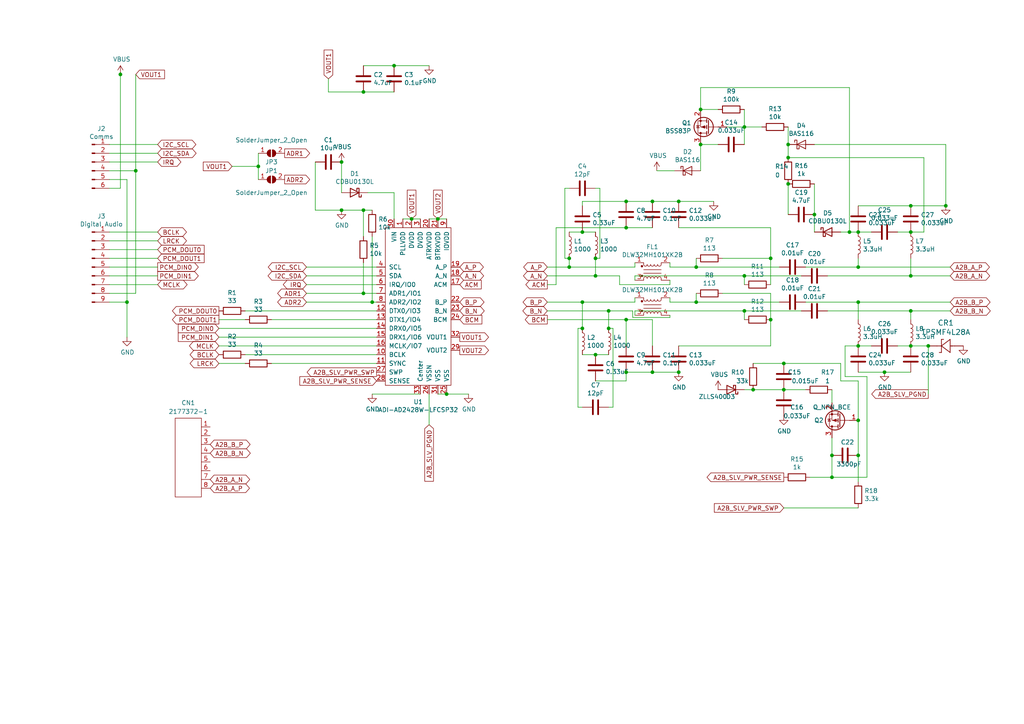
<source format=kicad_sch>
(kicad_sch (version 20230121) (generator eeschema)
  (paper "A4")
  (lib_symbols
    (symbol "Device:C" (pin_numbers hide) (pin_names (offset 0.254))
      (property "Reference" "C" (at 0.635 2.54 0))
      (property "Value" "C" (at 0.635 -2.54 0))
      (symbol "C_1_1"
        (pin passive line (at 0 3.81 270) (length 2.794) (name "~") (number "1"))
        (pin passive line (at 0 -3.81 90) (length 2.794) (name "~") (number "2"))
      )
    )
    (symbol "Device:D_Schottky" (pin_numbers hide) (pin_names (offset 1.016) hide)
      (property "Reference" "D" (at 0 2.54 0))
      (property "Value" "D_Schottky" (at 0 -2.54 0))
      (symbol "D_Schottky_1_1"
        (pin passive line (at -3.81 0 0) (length 2.54) (name "K") (number "1"))
        (pin passive line (at 3.81 0 180) (length 2.54) (name "A") (number "2"))
      )
    )
    (symbol "Device:L" (pin_numbers hide) (pin_names (offset 1.016) hide)
      (property "Reference" "L" (at -1.27 0 90))
      (property "Value" "L" (at 1.905 0 90))
      (symbol "L_1_1"
        (pin passive line (at 0 3.81 270) (length 1.27) (name "1") (number "1"))
        (pin passive line (at 0 -3.81 90) (length 1.27) (name "2") (number "2"))
      )
    )
    (symbol "Device:R" (pin_numbers hide) (pin_names (offset 0))
      (property "Reference" "R" (at 2.032 0 90))
      (property "Value" "R" (at 0 0 90))
      (symbol "R_1_1"
        (pin passive line (at 0 3.81 270) (length 1.27) (name "~") (number "1"))
        (pin passive line (at 0 -3.81 90) (length 1.27) (name "~") (number "2"))
      )
    )
    (symbol "Jumper:SolderJumper_2_Open" (pin_names (offset 0) hide)
      (property "Reference" "JP" (at 0 2.032 0))
      (property "Value" "SolderJumper_2_Open" (at 0 -2.54 0))
      (symbol "SolderJumper_2_Open_1_1"
        (pin passive line (at -3.81 0 0) (length 2.54) (name "A") (number "1"))
        (pin passive line (at 3.81 0 180) (length 2.54) (name "B") (number "2"))
      )
    )
    (symbol "Transistor_FET:BSS83P" (pin_names hide)
      (property "Reference" "Q" (at 5.08 1.905 0))
      (property "Value" "BSS83P" (at 5.08 0 0))
      (symbol "BSS83P_1_1"
        (pin input line (at -5.08 0 0) (length 2.54) (name "G") (number "1"))
        (pin passive line (at 2.54 -5.08 90) (length 2.54) (name "S") (number "2"))
        (pin passive line (at 2.54 5.08 270) (length 2.54) (name "D") (number "3"))
      )
    )
    (symbol "a2b-board-rescue:2177372-1"
      (property "Reference" "CN" (at 0 0 0))
      (property "Value" "2177372-1" (at 0 2.54 0))
      (symbol "2177372-1_1_1"
        (pin passive line (at 6.35 -3.81 180) (length 2.54) (name "") (number "1"))
        (pin passive line (at 6.35 -6.35 180) (length 2.54) (name "") (number "2"))
        (pin passive line (at 6.35 -8.89 180) (length 2.54) (name "") (number "3"))
        (pin passive line (at 6.35 -11.43 180) (length 2.54) (name "") (number "4"))
        (pin passive line (at 6.35 -13.97 180) (length 2.54) (name "") (number "5"))
        (pin passive line (at 6.35 -16.51 180) (length 2.54) (name "") (number "6"))
        (pin passive line (at 6.35 -19.05 180) (length 2.54) (name "") (number "7"))
        (pin passive line (at 6.35 -21.59 180) (length 2.54) (name "") (number "8"))
      )
    )
    (symbol "a2b-board-rev0.2-rescue:ADI-AD2428W-LFCSP32-automotive" (pin_names (offset 1.016))
      (property "Reference" "U" (at -11.43 -6.35 0))
      (property "Value" "automotive_ADI-AD2428W-LFCSP32" (at -21.59 -3.81 0))
      (symbol "ADI-AD2428W-LFCSP32-automotive_1_1"
        (pin power_in line (at -3.81 -3.81 270) (length 2.54) (name "PLLVDD") (number "1"))
        (pin bidirectional line (at -11.43 -43.18 0) (length 2.54) (name "BCLK") (number "10"))
        (pin bidirectional line (at -11.43 -45.72 0) (length 2.54) (name "SYNC") (number "11"))
        (pin bidirectional line (at -11.43 -30.48 0) (length 2.54) (name "DTX0/IO3") (number "12"))
        (pin bidirectional line (at -11.43 -33.02 0) (length 2.54) (name "DTX1/IO4") (number "13"))
        (pin bidirectional line (at -11.43 -35.56 0) (length 2.54) (name "DRX0/IO5") (number "14"))
        (pin bidirectional line (at -11.43 -38.1 0) (length 2.54) (name "DRX1/IO6") (number "15"))
        (pin bidirectional line (at -11.43 -40.64 0) (length 2.54) (name "MCLK/IO7") (number "16"))
        (pin input line (at 12.7 -22.86 180) (length 2.54) (name "ACM") (number "17"))
        (pin bidirectional line (at 12.7 -20.32 180) (length 2.54) (name "A_N") (number "18"))
        (pin bidirectional line (at 12.7 -17.78 180) (length 2.54) (name "A_P") (number "19"))
        (pin power_in line (at -1.27 -3.81 270) (length 2.54) (name "DVDD") (number "2"))
        (pin power_in line (at 3.81 -3.81 270) (length 2.54) (name "ATRXVDD") (number "20"))
        (pin power_in line (at 6.35 -3.81 270) (length 2.54) (name "BTRXVDD") (number "21"))
        (pin bidirectional line (at 12.7 -27.94 180) (length 2.54) (name "B_P") (number "22"))
        (pin bidirectional line (at 12.7 -30.48 180) (length 2.54) (name "B_N") (number "23"))
        (pin input line (at 12.7 -33.02 180) (length 2.54) (name "BCM") (number "24"))
        (pin passive line (at 8.89 -54.61 90) (length 2.54) (name "VSS") (number "25"))
        (pin passive line (at 3.81 -54.61 90) (length 2.54) (name "VSSN") (number "26"))
        (pin output line (at -11.43 -48.26 0) (length 2.54) (name "SWP") (number "27"))
        (pin input line (at -11.43 -50.8 0) (length 2.54) (name "SENSE") (number "28"))
        (pin power_out line (at 12.7 -41.91 180) (length 2.54) (name "VOUT2") (number "29"))
        (pin power_in line (at 1.27 -3.81 270) (length 2.54) (name "DVDD") (number "3"))
        (pin power_in line (at -6.35 -3.81 270) (length 2.54) (name "VIN") (number "30"))
        (pin passive line (at 6.35 -54.61 90) (length 2.54) (name "VSS") (number "31"))
        (pin power_out line (at 12.7 -38.1 180) (length 2.54) (name "VOUT1") (number "32"))
        (pin passive line (at 1.27 -54.61 90) (length 2.54) (name "Center") (number "33"))
        (pin bidirectional line (at -11.43 -17.78 0) (length 2.54) (name "SCL") (number "4"))
        (pin bidirectional line (at -11.43 -20.32 0) (length 2.54) (name "SDA") (number "5"))
        (pin bidirectional line (at -11.43 -22.86 0) (length 2.54) (name "IRQ/IO0") (number "6"))
        (pin bidirectional line (at -11.43 -25.4 0) (length 2.54) (name "ADR1/IO1") (number "7"))
        (pin bidirectional line (at -11.43 -27.94 0) (length 2.54) (name "ADR2/IO2") (number "8"))
        (pin power_in line (at 8.89 -3.81 270) (length 2.54) (name "IOVDD") (number "9"))
      )
    )
    (symbol "a2b-board-rev0.2-rescue:Conn_01x06_Male-Connector" (pin_names (offset 1.016) hide)
      (property "Reference" "J" (at 0 7.62 0))
      (property "Value" "Connector_Conn_01x06_Male" (at 0 -10.16 0))
      (symbol "Conn_01x06_Male-Connector_1_1"
        (pin passive line (at 5.08 5.08 180) (length 3.81) (name "Pin_1") (number "1"))
        (pin passive line (at 5.08 2.54 180) (length 3.81) (name "Pin_2") (number "2"))
        (pin passive line (at 5.08 0 180) (length 3.81) (name "Pin_3") (number "3"))
        (pin passive line (at 5.08 -2.54 180) (length 3.81) (name "Pin_4") (number "4"))
        (pin passive line (at 5.08 -5.08 180) (length 3.81) (name "Pin_5") (number "5"))
        (pin passive line (at 5.08 -7.62 180) (length 3.81) (name "Pin_6") (number "6"))
      )
    )
    (symbol "a2b-board-rev0.2-rescue:Conn_01x09_Male-Connector" (pin_names (offset 1.016) hide)
      (property "Reference" "J" (at 0 12.7 0))
      (property "Value" "Connector_Conn_01x09_Male" (at 0 -12.7 0))
      (symbol "Conn_01x09_Male-Connector_1_1"
        (pin passive line (at 5.08 10.16 180) (length 3.81) (name "Pin_1") (number "1"))
        (pin passive line (at 5.08 7.62 180) (length 3.81) (name "Pin_2") (number "2"))
        (pin passive line (at 5.08 5.08 180) (length 3.81) (name "Pin_3") (number "3"))
        (pin passive line (at 5.08 2.54 180) (length 3.81) (name "Pin_4") (number "4"))
        (pin passive line (at 5.08 0 180) (length 3.81) (name "Pin_5") (number "5"))
        (pin passive line (at 5.08 -2.54 180) (length 3.81) (name "Pin_6") (number "6"))
        (pin passive line (at 5.08 -5.08 180) (length 3.81) (name "Pin_7") (number "7"))
        (pin passive line (at 5.08 -7.62 180) (length 3.81) (name "Pin_8") (number "8"))
        (pin passive line (at 5.08 -10.16 180) (length 3.81) (name "Pin_9") (number "9"))
      )
    )
    (symbol "a2b-board-rev0.2-rescue:EMI_Filter_CommonMode-Device" (pin_names (offset 0.254) hide)
      (property "Reference" "FL" (at 0 4.445 0))
      (property "Value" "Device_EMI_Filter_CommonMode" (at 0 -4.445 0))
      (symbol "EMI_Filter_CommonMode-Device_1_1"
        (pin passive line (at -5.08 2.54 0) (length 2.54) (name "1") (number "1"))
        (pin passive line (at 5.08 2.54 180) (length 2.54) (name "2") (number "2"))
        (pin passive line (at -5.08 -2.54 0) (length 2.54) (name "3") (number "3"))
        (pin passive line (at 5.08 -2.54 180) (length 2.54) (name "4") (number "4"))
      )
    )
    (symbol "a2b-board-rev0.2-rescue:PMEG2010AET-Diode" (pin_numbers hide) (pin_names hide)
      (property "Reference" "D" (at 0 2.54 0))
      (property "Value" "Diode_PMEG2010AET" (at 0 -2.54 0))
      (symbol "PMEG2010AET-Diode_1_1"
        (pin passive line (at -3.81 0 0) (length 2.54) (name "K") (number "1"))
        (pin passive line (at 3.81 0 180) (length 2.54) (name "A") (number "2"))
      )
    )
    (symbol "a2b-board-rev0.2-rescue:TPSMF4L28A-automotive" (pin_numbers hide) (pin_names hide)
      (property "Reference" "CR" (at 5.08 4.445 0))
      (property "Value" "automotive_TPSMF4L28A" (at 5.08 -7.62 0))
      (symbol "TPSMF4L28A-automotive_1_1"
        (pin unspecified line (at 10.16 0 180) (length 2.54) (name "~") (number "1"))
        (pin unspecified line (at 0 0 0) (length 2.54) (name "~") (number "2"))
      )
    )
    (symbol "power:GND" (power) (pin_names (offset 0))
      (property "Value" "GND" (at 0 -3.81 0))
      (symbol "GND_1_1"
        (pin power_in line (at 0 0 270) (length 0) hide (name "GND") (number "1"))
      )
    )
    (symbol "power:VBUS" (power) (pin_names (offset 0))
      (property "Value" "VBUS" (at 0 3.81 0))
      (symbol "VBUS_1_1"
        (pin power_in line (at 0 0 90) (length 0) hide (name "VBUS") (number "1"))
      )
    )
  )
  (junction (at 203.2 31.75))
  (junction (at 181.61 92.71))
  (junction (at 99.06 60.96))
  (junction (at 256.54 107.95))
  (junction (at 227.33 113.03))
  (junction (at 248.92 121.92))
  (junction (at 215.9 36.83))
  (junction (at 181.61 107.95))
  (junction (at 172.72 102.87))
  (junction (at 248.92 77.47))
  (junction (at 99.06 46.99))
  (junction (at 119.38 63.5))
  (junction (at 74.93 48.26))
  (junction (at 165.1 74.93))
  (junction (at 269.24 100.33))
  (junction (at 248.92 87.63))
  (junction (at 248.92 67.31))
  (junction (at 246.38 67.31))
  (junction (at 168.91 95.25))
  (junction (at 241.3 138.43))
  (junction (at 189.23 107.95))
  (junction (at 223.52 92.71))
  (junction (at 228.6 41.91))
  (junction (at 36.83 87.63))
  (junction (at 201.93 87.63))
  (junction (at 196.85 58.42))
  (junction (at 114.3 19.05))
  (junction (at 241.3 132.08))
  (junction (at 248.92 132.08))
  (junction (at 264.16 80.01))
  (junction (at 176.53 95.25))
  (junction (at 168.91 87.63))
  (junction (at 228.6 45.72))
  (junction (at 181.61 58.42))
  (junction (at 168.91 67.31))
  (junction (at 203.2 41.91))
  (junction (at 264.16 100.33))
  (junction (at 228.6 53.34))
  (junction (at 105.41 60.96))
  (junction (at 248.92 100.33))
  (junction (at 172.72 74.93))
  (junction (at 34.925 21.59))
  (junction (at 181.61 66.04))
  (junction (at 201.93 77.47))
  (junction (at 264.16 59.69))
  (junction (at 127 63.5))
  (junction (at 165.1 77.47))
  (junction (at 274.32 59.69))
  (junction (at 129.54 114.3))
  (junction (at 264.16 67.31))
  (junction (at 215.9 90.17))
  (junction (at 218.44 113.03))
  (junction (at 215.9 80.01))
  (junction (at 107.95 87.63))
  (junction (at 189.23 58.42))
  (junction (at 223.52 74.93))
  (junction (at 176.53 90.17))
  (junction (at 264.16 90.17))
  (junction (at 39.37 49.53))
  (junction (at 172.72 80.01))
  (junction (at 105.41 26.67))
  (junction (at 196.85 107.95))
  (junction (at 236.22 62.23))
  (junction (at 227.33 105.41))
  (junction (at 105.41 85.09))
  (wire (pts (xy 67.31 48.26) (xy 74.93 48.26)))
  (wire (pts (xy 248.92 77.47) (xy 233.68 77.47)))
  (wire (pts (xy 105.41 85.09) (xy 109.22 85.09)))
  (wire (pts (xy 107.95 87.63) (xy 109.22 87.63)))
  (wire (pts (xy 71.12 90.17) (xy 109.22 90.17)))
  (wire (pts (xy 88.9 87.63) (xy 107.95 87.63)))
  (wire (pts (xy 88.9 82.55) (xy 109.22 82.55)))
  (wire (pts (xy 158.75 87.63) (xy 168.91 87.63)))
  (wire (pts (xy 114.3 26.67) (xy 105.41 26.67)))
  (wire (pts (xy 184.15 80.01) (xy 215.9 80.01)))
  (wire (pts (xy 203.2 41.91) (xy 208.28 41.91)))
  (wire (pts (xy 158.75 82.55) (xy 161.29 82.55)))
  (wire (pts (xy 228.6 41.91) (xy 228.6 45.72)))
  (wire (pts (xy 172.72 102.87) (xy 176.53 102.87)))
  (wire (pts (xy 176.53 118.11) (xy 177.8 118.11)))
  (wire (pts (xy 189.23 107.95) (xy 196.85 107.95)))
  (wire (pts (xy 181.61 66.04) (xy 189.23 66.04)))
  (wire (pts (xy 31.75 80.01) (xy 45.72 80.01)))
  (wire (pts (xy 74.93 44.45) (xy 74.93 48.26)))
  (wire (pts (xy 228.6 45.72) (xy 267.97 45.72)))
  (wire (pts (xy 116.84 63.5) (xy 119.38 63.5)))
  (wire (pts (xy 201.93 74.93) (xy 201.93 77.47)))
  (wire (pts (xy 45.72 72.39) (xy 31.75 72.39)))
  (wire (pts (xy 203.2 41.91) (xy 203.2 49.53)))
  (wire (pts (xy 264.16 90.17) (xy 275.59 90.17)))
  (wire (pts (xy 39.37 85.09) (xy 31.75 85.09)))
  (wire (pts (xy 88.9 85.09) (xy 105.41 85.09)))
  (wire (pts (xy 203.2 31.75) (xy 208.28 31.75)))
  (wire (pts (xy 165.1 54.61) (xy 163.83 54.61)))
  (wire (pts (xy 236.22 41.91) (xy 274.32 41.91)))
  (wire (pts (xy 248.92 87.63) (xy 233.68 87.63)))
  (wire (pts (xy 163.83 54.61) (xy 163.83 74.93)))
  (wire (pts (xy 45.72 82.55) (xy 31.75 82.55)))
  (wire (pts (xy 105.41 26.67) (xy 95.25 26.67)))
  (wire (pts (xy 215.9 36.83) (xy 220.98 36.83)))
  (wire (pts (xy 194.31 86.36) (xy 194.31 87.63)))
  (wire (pts (xy 105.41 76.2) (xy 105.41 85.09)))
  (wire (pts (xy 129.54 114.3) (xy 127 114.3)))
  (wire (pts (xy 124.46 63.5) (xy 127 63.5)))
  (wire (pts (xy 158.75 90.17) (xy 176.53 90.17)))
  (wire (pts (xy 275.59 87.63) (xy 248.92 87.63)))
  (wire (pts (xy 201.93 77.47) (xy 194.31 77.47)))
  (wire (pts (xy 223.52 85.09) (xy 209.55 85.09)))
  (wire (pts (xy 71.12 105.41) (xy 63.5 105.41)))
  (wire (pts (xy 39.37 21.59) (xy 39.37 49.53)))
  (wire (pts (xy 45.72 67.31) (xy 31.75 67.31)))
  (wire (pts (xy 165.1 77.47) (xy 184.15 77.47)))
  (wire (pts (xy 168.91 67.31) (xy 172.72 67.31)))
  (wire (pts (xy 227.33 105.41) (xy 243.84 105.41)))
  (wire (pts (xy 45.72 41.91) (xy 31.75 41.91)))
  (wire (pts (xy 91.44 46.99) (xy 91.44 60.96)))
  (wire (pts (xy 167.64 118.11) (xy 167.64 95.25)))
  (wire (pts (xy 264.16 100.33) (xy 269.24 100.33)))
  (wire (pts (xy 168.91 118.11) (xy 167.64 118.11)))
  (wire (pts (xy 256.54 107.95) (xy 264.16 107.95)))
  (wire (pts (xy 105.41 19.05) (xy 114.3 19.05)))
  (wire (pts (xy 264.16 80.01) (xy 275.59 80.01)))
  (wire (pts (xy 95.25 22.86) (xy 95.25 26.67)))
  (wire (pts (xy 184.15 87.63) (xy 184.15 86.36)))
  (wire (pts (xy 161.29 82.55) (xy 161.29 66.04)))
  (wire (pts (xy 39.37 49.53) (xy 39.37 85.09)))
  (wire (pts (xy 189.23 58.42) (xy 196.85 58.42)))
  (wire (pts (xy 161.29 66.04) (xy 181.61 66.04)))
  (wire (pts (xy 194.31 76.2) (xy 194.31 77.47)))
  (wire (pts (xy 241.3 138.43) (xy 251.46 138.43)))
  (wire (pts (xy 196.85 100.33) (xy 223.52 100.33)))
  (wire (pts (xy 107.95 114.3) (xy 121.92 114.3)))
  (wire (pts (xy 158.75 77.47) (xy 165.1 77.47)))
  (wire (pts (xy 31.75 44.45) (xy 45.72 44.45)))
  (wire (pts (xy 264.16 59.69) (xy 274.32 59.69)))
  (wire (pts (xy 36.83 52.07) (xy 36.83 87.63)))
  (wire (pts (xy 189.23 100.33) (xy 189.23 92.71)))
  (wire (pts (xy 264.16 92.71) (xy 264.16 90.17)))
  (wire (pts (xy 165.1 67.31) (xy 168.91 67.31)))
  (wire (pts (xy 190.5 49.53) (xy 195.58 49.53)))
  (wire (pts (xy 248.92 132.08) (xy 248.92 139.7)))
  (wire (pts (xy 167.64 95.25) (xy 168.91 95.25)))
  (wire (pts (xy 227.33 147.32) (xy 248.92 147.32)))
  (wire (pts (xy 260.35 67.31) (xy 264.16 67.31)))
  (wire (pts (xy 63.5 95.25) (xy 109.22 95.25)))
  (wire (pts (xy 201.93 87.63) (xy 194.31 87.63)))
  (wire (pts (xy 99.06 60.96) (xy 105.41 60.96)))
  (wire (pts (xy 176.53 90.17) (xy 183.515 90.17)))
  (wire (pts (xy 215.9 80.01) (xy 232.41 80.01)))
  (wire (pts (xy 105.41 68.58) (xy 105.41 60.96)))
  (wire (pts (xy 71.12 102.87) (xy 109.22 102.87)))
  (wire (pts (xy 177.8 118.11) (xy 177.8 95.25)))
  (wire (pts (xy 31.75 87.63) (xy 36.83 87.63)))
  (wire (pts (xy 210.82 36.83) (xy 215.9 36.83)))
  (wire (pts (xy 228.6 36.83) (xy 228.6 41.91)))
  (wire (pts (xy 74.93 48.26) (xy 74.93 52.07)))
  (wire (pts (xy 246.38 67.31) (xy 248.92 67.31)))
  (wire (pts (xy 248.92 110.49) (xy 248.92 121.92)))
  (wire (pts (xy 189.23 92.71) (xy 181.61 92.71)))
  (wire (pts (xy 63.5 100.33) (xy 109.22 100.33)))
  (wire (pts (xy 248.92 92.71) (xy 248.92 87.63)))
  (wire (pts (xy 228.6 53.34) (xy 228.6 62.23)))
  (wire (pts (xy 99.06 46.99) (xy 99.06 55.88)))
  (wire (pts (xy 215.9 113.03) (xy 218.44 113.03)))
  (wire (pts (xy 181.61 107.95) (xy 189.23 107.95)))
  (wire (pts (xy 184.15 80.01) (xy 184.15 81.28)))
  (wire (pts (xy 194.31 92.075) (xy 194.31 91.44)))
  (wire (pts (xy 36.83 97.79) (xy 36.83 87.63)))
  (wire (pts (xy 194.31 82.55) (xy 194.31 81.28)))
  (wire (pts (xy 78.74 105.41) (xy 109.22 105.41)))
  (wire (pts (xy 163.83 74.93) (xy 165.1 74.93)))
  (wire (pts (xy 88.9 77.47) (xy 109.22 77.47)))
  (wire (pts (xy 181.61 100.33) (xy 181.61 92.71)))
  (wire (pts (xy 218.44 105.41) (xy 227.33 105.41)))
  (wire (pts (xy 243.84 67.31) (xy 246.38 67.31)))
  (wire (pts (xy 241.3 113.03) (xy 241.3 116.84)))
  (wire (pts (xy 226.06 87.63) (xy 201.93 87.63)))
  (wire (pts (xy 176.53 95.25) (xy 176.53 90.17)))
  (wire (pts (xy 236.22 53.34) (xy 236.22 62.23)))
  (wire (pts (xy 45.72 46.99) (xy 31.75 46.99)))
  (wire (pts (xy 165.1 74.93) (xy 165.1 77.47)))
  (wire (pts (xy 196.85 58.42) (xy 207.01 58.42)))
  (wire (pts (xy 31.75 69.85) (xy 45.72 69.85)))
  (wire (pts (xy 223.52 74.93) (xy 209.55 74.93)))
  (wire (pts (xy 179.705 82.55) (xy 194.31 82.55)))
  (wire (pts (xy 119.38 63.5) (xy 121.92 63.5)))
  (wire (pts (xy 248.92 100.33) (xy 252.73 100.33)))
  (wire (pts (xy 201.93 85.09) (xy 201.93 87.63)))
  (wire (pts (xy 245.11 100.33) (xy 248.92 100.33)))
  (wire (pts (xy 215.9 90.17) (xy 232.41 90.17)))
  (wire (pts (xy 88.9 80.01) (xy 109.22 80.01)))
  (wire (pts (xy 248.92 74.93) (xy 248.92 77.47)))
  (wire (pts (xy 181.61 92.71) (xy 158.75 92.71)))
  (wire (pts (xy 203.2 25.4) (xy 246.38 25.4)))
  (wire (pts (xy 269.24 114.3) (xy 269.24 100.33)))
  (wire (pts (xy 168.91 87.63) (xy 184.15 87.63)))
  (wire (pts (xy 172.72 80.01) (xy 179.705 80.01)))
  (wire (pts (xy 248.92 67.31) (xy 252.73 67.31)))
  (wire (pts (xy 184.15 90.17) (xy 184.15 91.44)))
  (wire (pts (xy 251.46 138.43) (xy 251.46 109.22)))
  (wire (pts (xy 181.61 58.42) (xy 189.23 58.42)))
  (wire (pts (xy 129.54 63.5) (xy 127 63.5)))
  (wire (pts (xy 106.68 55.88) (xy 114.3 55.88)))
  (wire (pts (xy 183.515 92.075) (xy 194.31 92.075)))
  (wire (pts (xy 173.99 74.93) (xy 172.72 74.93)))
  (wire (pts (xy 177.8 95.25) (xy 176.53 95.25)))
  (wire (pts (xy 218.44 113.03) (xy 227.33 113.03)))
  (wire (pts (xy 184.15 77.47) (xy 184.15 76.2)))
  (wire (pts (xy 34.925 20.955) (xy 34.925 21.59)))
  (wire (pts (xy 31.75 49.53) (xy 39.37 49.53)))
  (wire (pts (xy 78.74 92.71) (xy 109.22 92.71)))
  (wire (pts (xy 215.9 41.91) (xy 215.9 36.83)))
  (wire (pts (xy 124.46 123.19) (xy 124.46 114.3)))
  (wire (pts (xy 114.3 55.88) (xy 114.3 63.5)))
  (wire (pts (xy 223.52 100.33) (xy 223.52 92.71)))
  (wire (pts (xy 251.46 109.22) (xy 245.11 109.22)))
  (wire (pts (xy 240.03 90.17) (xy 264.16 90.17)))
  (wire (pts (xy 203.2 31.75) (xy 203.2 25.4)))
  (wire (pts (xy 215.9 31.75) (xy 215.9 36.83)))
  (wire (pts (xy 184.15 90.17) (xy 215.9 90.17)))
  (wire (pts (xy 179.705 80.01) (xy 179.705 82.55)))
  (wire (pts (xy 223.52 92.71) (xy 223.52 85.09)))
  (wire (pts (xy 223.52 66.04) (xy 223.52 74.93)))
  (wire (pts (xy 240.03 80.01) (xy 264.16 80.01)))
  (wire (pts (xy 226.06 77.47) (xy 201.93 77.47)))
  (wire (pts (xy 183.515 90.17) (xy 183.515 92.075)))
  (wire (pts (xy 181.61 110.49) (xy 181.61 107.95)))
  (wire (pts (xy 243.84 110.49) (xy 248.92 110.49)))
  (wire (pts (xy 172.72 54.61) (xy 173.99 54.61)))
  (wire (pts (xy 236.22 62.23) (xy 236.22 67.31)))
  (wire (pts (xy 196.85 66.04) (xy 223.52 66.04)))
  (wire (pts (xy 241.3 132.08) (xy 241.3 138.43)))
  (wire (pts (xy 172.72 74.93) (xy 172.72 80.01)))
  (wire (pts (xy 173.99 54.61) (xy 173.99 74.93)))
  (wire (pts (xy 227.33 113.03) (xy 233.68 113.03)))
  (wire (pts (xy 168.91 58.42) (xy 181.61 58.42)))
  (wire (pts (xy 172.72 110.49) (xy 181.61 110.49)))
  (wire (pts (xy 63.5 97.79) (xy 109.22 97.79)))
  (wire (pts (xy 34.925 21.59) (xy 34.925 54.61)))
  (wire (pts (xy 245.11 109.22) (xy 245.11 100.33)))
  (wire (pts (xy 31.75 52.07) (xy 36.83 52.07)))
  (wire (pts (xy 248.92 59.69) (xy 264.16 59.69)))
  (wire (pts (xy 267.97 45.72) (xy 267.97 67.31)))
  (wire (pts (xy 248.92 121.92) (xy 248.92 132.08)))
  (wire (pts (xy 135.89 114.3) (xy 129.54 114.3)))
  (wire (pts (xy 45.72 77.47) (xy 31.75 77.47)))
  (wire (pts (xy 260.35 100.33) (xy 264.16 100.33)))
  (wire (pts (xy 34.925 54.61) (xy 31.75 54.61)))
  (wire (pts (xy 215.9 92.71) (xy 215.9 90.17)))
  (wire (pts (xy 234.95 138.43) (xy 241.3 138.43)))
  (wire (pts (xy 243.84 105.41) (xy 243.84 110.49)))
  (wire (pts (xy 105.41 60.96) (xy 107.95 60.96)))
  (wire (pts (xy 248.92 107.95) (xy 256.54 107.95)))
  (wire (pts (xy 267.97 67.31) (xy 264.16 67.31)))
  (wire (pts (xy 168.91 102.87) (xy 172.72 102.87)))
  (wire (pts (xy 246.38 25.4) (xy 246.38 67.31)))
  (wire (pts (xy 215.9 82.55) (xy 215.9 80.01)))
  (wire (pts (xy 31.75 74.93) (xy 45.72 74.93)))
  (wire (pts (xy 71.12 92.71) (xy 63.5 92.71)))
  (wire (pts (xy 124.46 19.05) (xy 114.3 19.05)))
  (wire (pts (xy 223.52 82.55) (xy 223.52 74.93)))
  (wire (pts (xy 168.91 95.25) (xy 168.91 87.63)))
  (wire (pts (xy 168.91 59.69) (xy 168.91 58.42)))
  (wire (pts (xy 241.3 127) (xy 241.3 132.08)))
  (wire (pts (xy 264.16 74.93) (xy 264.16 80.01)))
  (wire (pts (xy 91.44 60.96) (xy 99.06 60.96)))
  (wire (pts (xy 248.92 77.47) (xy 275.59 77.47)))
  (wire (pts (xy 107.95 68.58) (xy 107.95 87.63)))
  (wire (pts (xy 158.75 80.01) (xy 172.72 80.01)))
  (wire (pts (xy 274.32 41.91) (xy 274.32 59.69)))
  (global_label "PCM_DIN0" (shape input) (at 63.5 95.25 180) (property "Intersheetrefs" "${INTERSHEET_REFS}" (effects hide)))
  (global_label "A2B_B_N" (shape bidirectional) (at 275.59 90.17 0) (property "Intersheetrefs" "${INTERSHEET_REFS}" (effects hide)))
  (global_label "PCM_DOUT1" (shape output) (at 63.5 92.71 180) (property "Intersheetrefs" "${INTERSHEET_REFS}" (effects hide)))
  (global_label "BCM" (shape output) (at 158.75 92.71 180) (property "Intersheetrefs" "${INTERSHEET_REFS}" (effects hide)))
  (global_label "VOUT2" (shape output) (at 133.35 101.6 0) (property "Intersheetrefs" "${INTERSHEET_REFS}" (effects hide)))
  (global_label "BCM" (shape input) (at 133.35 92.71 0) (property "Intersheetrefs" "${INTERSHEET_REFS}" (effects hide)))
  (global_label "PCM_DIN0" (shape output) (at 45.72 77.47 0) (property "Intersheetrefs" "${INTERSHEET_REFS}" (effects hide)))
  (global_label "B_N" (shape bidirectional) (at 158.75 90.17 180) (property "Intersheetrefs" "${INTERSHEET_REFS}" (effects hide)))
  (global_label "VOUT1" (shape input) (at 95.25 22.86 90) (property "Intersheetrefs" "${INTERSHEET_REFS}" (effects hide)))
  (global_label "ADR2" (shape bidirectional) (at 88.9 87.63 180) (property "Intersheetrefs" "${INTERSHEET_REFS}" (effects hide)))
  (global_label "ADR2" (shape output) (at 82.55 52.07 0) (property "Intersheetrefs" "${INTERSHEET_REFS}" (effects hide)))
  (global_label "A2B_SLV_PWR_SENSE" (shape output) (at 227.33 138.43 180) (property "Intersheetrefs" "${INTERSHEET_REFS}" (effects hide)))
  (global_label "ACM" (shape output) (at 158.75 82.55 180) (property "Intersheetrefs" "${INTERSHEET_REFS}" (effects hide)))
  (global_label "BCLK" (shape bidirectional) (at 63.5 102.87 180) (property "Intersheetrefs" "${INTERSHEET_REFS}" (effects hide)))
  (global_label "MCLK" (shape bidirectional) (at 63.5 100.33 180) (property "Intersheetrefs" "${INTERSHEET_REFS}" (effects hide)))
  (global_label "VOUT1" (shape input) (at 67.31 48.26 180) (property "Intersheetrefs" "${INTERSHEET_REFS}" (effects hide)))
  (global_label "LRCK" (shape bidirectional) (at 45.72 69.85 0) (property "Intersheetrefs" "${INTERSHEET_REFS}" (effects hide)))
  (global_label "A2B_SLV_PWR_SENSE" (shape input) (at 109.22 110.49 180) (property "Intersheetrefs" "${INTERSHEET_REFS}" (effects hide)))
  (global_label "IRQ" (shape bidirectional) (at 88.9 82.55 180) (property "Intersheetrefs" "${INTERSHEET_REFS}" (effects hide)))
  (global_label "PCM_DIN1" (shape input) (at 63.5 97.79 180) (property "Intersheetrefs" "${INTERSHEET_REFS}" (effects hide)))
  (global_label "A2B_B_N" (shape bidirectional) (at 60.96 131.445 0) (property "Intersheetrefs" "${INTERSHEET_REFS}" (effects hide)))
  (global_label "ADR1" (shape bidirectional) (at 88.9 85.09 180) (property "Intersheetrefs" "${INTERSHEET_REFS}" (effects hide)))
  (global_label "A2B_A_N" (shape bidirectional) (at 60.96 139.065 0) (property "Intersheetrefs" "${INTERSHEET_REFS}" (effects hide)))
  (global_label "IRQ" (shape bidirectional) (at 45.72 46.99 0) (property "Intersheetrefs" "${INTERSHEET_REFS}" (effects hide)))
  (global_label "PCM_DOUT0" (shape output) (at 63.5 90.17 180) (property "Intersheetrefs" "${INTERSHEET_REFS}" (effects hide)))
  (global_label "A2B_SLV_PGND" (shape input) (at 124.46 123.19 270) (property "Intersheetrefs" "${INTERSHEET_REFS}" (effects hide)))
  (global_label "LRCK" (shape bidirectional) (at 63.5 105.41 180) (property "Intersheetrefs" "${INTERSHEET_REFS}" (effects hide)))
  (global_label "A2B_SLV_PGND" (shape output) (at 269.24 114.3 180) (property "Intersheetrefs" "${INTERSHEET_REFS}" (effects hide)))
  (global_label "I2C_SDA" (shape bidirectional) (at 45.72 44.45 0) (property "Intersheetrefs" "${INTERSHEET_REFS}" (effects hide)))
  (global_label "PCM_DOUT0" (shape input) (at 45.72 72.39 0) (property "Intersheetrefs" "${INTERSHEET_REFS}" (effects hide)))
  (global_label "VOUT1" (shape output) (at 133.35 97.79 0) (property "Intersheetrefs" "${INTERSHEET_REFS}" (effects hide)))
  (global_label "A2B_SLV_PWR_SWP" (shape output) (at 109.22 107.95 180) (property "Intersheetrefs" "${INTERSHEET_REFS}" (effects hide)))
  (global_label "A_N" (shape bidirectional) (at 133.35 80.01 0) (property "Intersheetrefs" "${INTERSHEET_REFS}" (effects hide)))
  (global_label "VOUT2" (shape input) (at 127 63.5 90) (property "Intersheetrefs" "${INTERSHEET_REFS}" (effects hide)))
  (global_label "B_N" (shape bidirectional) (at 133.35 90.17 0) (property "Intersheetrefs" "${INTERSHEET_REFS}" (effects hide)))
  (global_label "A_P" (shape bidirectional) (at 133.35 77.47 0) (property "Intersheetrefs" "${INTERSHEET_REFS}" (effects hide)))
  (global_label "ACM" (shape input) (at 133.35 82.55 0) (property "Intersheetrefs" "${INTERSHEET_REFS}" (effects hide)))
  (global_label "A_N" (shape bidirectional) (at 158.75 80.01 180) (property "Intersheetrefs" "${INTERSHEET_REFS}" (effects hide)))
  (global_label "B_P" (shape bidirectional) (at 133.35 87.63 0) (property "Intersheetrefs" "${INTERSHEET_REFS}" (effects hide)))
  (global_label "A2B_SLV_PWR_SWP" (shape input) (at 227.33 147.32 180) (property "Intersheetrefs" "${INTERSHEET_REFS}" (effects hide)))
  (global_label "MCLK" (shape bidirectional) (at 45.72 82.55 0) (property "Intersheetrefs" "${INTERSHEET_REFS}" (effects hide)))
  (global_label "PCM_DIN1" (shape output) (at 45.72 80.01 0) (property "Intersheetrefs" "${INTERSHEET_REFS}" (effects hide)))
  (global_label "ADR1" (shape output) (at 82.55 44.45 0) (property "Intersheetrefs" "${INTERSHEET_REFS}" (effects hide)))
  (global_label "B_P" (shape bidirectional) (at 158.75 87.63 180) (property "Intersheetrefs" "${INTERSHEET_REFS}" (effects hide)))
  (global_label "A2B_A_P" (shape bidirectional) (at 60.96 141.605 0) (property "Intersheetrefs" "${INTERSHEET_REFS}" (effects hide)))
  (global_label "I2C_SDA" (shape bidirectional) (at 88.9 80.01 180) (property "Intersheetrefs" "${INTERSHEET_REFS}" (effects hide)))
  (global_label "BCLK" (shape bidirectional) (at 45.72 67.31 0) (property "Intersheetrefs" "${INTERSHEET_REFS}" (effects hide)))
  (global_label "I2C_SCL" (shape bidirectional) (at 45.72 41.91 0) (property "Intersheetrefs" "${INTERSHEET_REFS}" (effects hide)))
  (global_label "A2B_A_P" (shape bidirectional) (at 275.59 77.47 0) (property "Intersheetrefs" "${INTERSHEET_REFS}" (effects hide)))
  (global_label "A2B_B_P" (shape bidirectional) (at 275.59 87.63 0) (property "Intersheetrefs" "${INTERSHEET_REFS}" (effects hide)))
  (global_label "A_P" (shape bidirectional) (at 158.75 77.47 180) (property "Intersheetrefs" "${INTERSHEET_REFS}" (effects hide)))
  (global_label "I2C_SCL" (shape bidirectional) (at 88.9 77.47 180) (property "Intersheetrefs" "${INTERSHEET_REFS}" (effects hide)))
  (global_label "VOUT1" (shape input) (at 119.38 63.5 90) (property "Intersheetrefs" "${INTERSHEET_REFS}" (effects hide)))
  (global_label "VOUT1" (shape input) (at 39.37 21.59 0) (property "Intersheetrefs" "${INTERSHEET_REFS}" (effects hide)))
  (global_label "A2B_B_P" (shape bidirectional) (at 60.96 128.905 0) (property "Intersheetrefs" "${INTERSHEET_REFS}" (effects hide)))
  (global_label "PCM_DOUT1" (shape input) (at 45.72 74.93 0) (property "Intersheetrefs" "${INTERSHEET_REFS}" (effects hide)))
  (global_label "A2B_A_N" (shape bidirectional) (at 275.59 80.01 0) (property "Intersheetrefs" "${INTERSHEET_REFS}" (effects hide)))
  (symbol (lib_id "a2b-board-rev0.2-rescue:ADI-AD2428W-LFCSP32-automotive") (at 120.65 59.69 0) (unit 1)
    (property "Reference" "U1" (at 121.285 116.5606 0))
    (property "Value" "ADI-AD2428W-LFCSP32" (at 121.285 118.872 0))
    (property "Footprint" "Package_CSP:LFCSP-32-1EP_5x5mm_P0.5mm_EP3.1x3.1mm" (effects hide))
  )
  (symbol (lib_id "a2b-board-rev0.2-rescue:EMI_Filter_CommonMode-Device") (at 189.23 78.74 0) (unit 1)
    (property "Reference" "FL1" (at 189.23 71.6026 0))
    (property "Value" "DLW32MH101XK2B" (at 189.23 73.914 0))
    (property "Footprint" "a2b:FIL_DLW32MH101XK2L" (effects hide))
  )
  (symbol (lib_id "a2b-board-rev0.2-rescue:EMI_Filter_CommonMode-Device") (at 189.23 88.9 0) (unit 1)
    (property "Reference" "FL2" (effects hide))
    (property "Value" "DLW32MH101XK2B" (at 189.23 84.074 0))
    (property "Footprint" "a2b:FIL_DLW32MH101XK2L" (effects hide))
  )
  (symbol (lib_id "Device:R") (at 205.74 74.93 270) (unit 1)
    (property "Reference" "R7" (at 205.74 69.6722 90))
    (property "Value" "113" (at 205.74 71.9836 90))
    (property "Footprint" "Resistor_SMD:R_0612_1632Metric" (effects hide))
  )
  (symbol (lib_id "Device:R") (at 219.71 82.55 270) (unit 1)
    (property "Reference" "R11" (at 219.71 77.2922 90))
    (property "Value" "113" (at 219.71 79.6036 90))
    (property "Footprint" "Resistor_SMD:R_0612_1632Metric" (effects hide))
  )
  (symbol (lib_id "Device:R") (at 107.95 64.77 0) (unit 1)
    (property "Reference" "R6" (at 109.728 63.6016 0) (effects (justify left)))
    (property "Value" "10k" (at 109.728 65.913 0) (effects (justify left)))
    (property "Footprint" "Resistor_SMD:R_0402_1005Metric" (effects hide))
  )
  (symbol (lib_id "Device:R") (at 105.41 72.39 0) (unit 1)
    (property "Reference" "R5" (at 107.188 71.2216 0) (effects (justify left)))
    (property "Value" "10k" (at 107.188 73.533 0) (effects (justify left)))
    (property "Footprint" "Resistor_SMD:R_0402_1005Metric" (effects hide))
  )
  (symbol (lib_id "Device:R") (at 67.31 90.17 270) (unit 1)
    (property "Reference" "R1" (at 67.31 84.9122 90))
    (property "Value" "33" (at 67.31 87.2236 90))
    (property "Footprint" "Resistor_SMD:R_0402_1005Metric" (effects hide))
  )
  (symbol (lib_id "Device:R") (at 74.93 92.71 270) (unit 1)
    (property "Reference" "R3" (at 74.93 87.4522 90))
    (property "Value" "33" (at 74.93 89.7636 90))
    (property "Footprint" "Resistor_SMD:R_0402_1005Metric" (effects hide))
  )
  (symbol (lib_id "Device:R") (at 67.31 102.87 270) (unit 1)
    (property "Reference" "R2" (at 67.31 97.6122 90))
    (property "Value" "33" (at 67.31 99.9236 90))
    (property "Footprint" "Resistor_SMD:R_0402_1005Metric" (effects hide))
  )
  (symbol (lib_id "Device:R") (at 74.93 105.41 270) (unit 1)
    (property "Reference" "R4" (at 74.93 100.1522 90))
    (property "Value" "33" (at 74.93 102.4636 90))
    (property "Footprint" "Resistor_SMD:R_0402_1005Metric" (effects hide))
  )
  (symbol (lib_id "power:GND") (at 99.06 60.96 0) (unit 1)
    (property "Reference" "#PWR04" (effects hide))
    (property "Value" "GND" (at 99.187 65.3542 0))
  )
  (symbol (lib_id "Device:R") (at 205.74 85.09 270) (unit 1)
    (property "Reference" "R8" (at 205.74 79.8322 90))
    (property "Value" "113" (at 205.74 82.1436 90))
    (property "Footprint" "Resistor_SMD:R_0612_1632Metric" (effects hide))
  )
  (symbol (lib_id "Device:R") (at 219.71 92.71 270) (unit 1)
    (property "Reference" "R12" (at 219.71 87.4522 90))
    (property "Value" "113" (at 219.71 89.7636 90))
    (property "Footprint" "Resistor_SMD:R_0612_1632Metric" (effects hide))
  )
  (symbol (lib_id "Device:C") (at 229.87 77.47 270) (unit 1)
    (property "Reference" "C17" (at 229.87 71.0692 90))
    (property "Value" "0.01uF" (at 229.87 73.3806 90))
    (property "Footprint" "Capacitor_SMD:C_0402_1005Metric" (effects hide))
  )
  (symbol (lib_id "Device:C") (at 236.22 80.01 270) (unit 1)
    (property "Reference" "C20" (at 236.22 73.6092 90))
    (property "Value" "0.01uF" (at 236.22 75.9206 90))
    (property "Footprint" "Capacitor_SMD:C_0402_1005Metric" (effects hide))
  )
  (symbol (lib_id "Device:C") (at 229.87 87.63 270) (unit 1)
    (property "Reference" "C18" (at 229.87 81.2292 90))
    (property "Value" "0.01uF" (at 229.87 83.5406 90))
    (property "Footprint" "Capacitor_SMD:C_0402_1005Metric" (effects hide))
  )
  (symbol (lib_id "Device:C") (at 236.22 90.17 270) (unit 1)
    (property "Reference" "C21" (at 236.22 83.7692 90))
    (property "Value" "0.01uF" (at 236.22 86.0806 90))
    (property "Footprint" "Capacitor_SMD:C_0402_1005Metric" (effects hide))
  )
  (symbol (lib_id "Device:C") (at 181.61 62.23 0) (unit 1)
    (property "Reference" "C8" (at 184.531 61.0616 0) (effects (justify left)))
    (property "Value" "4.7uF" (at 184.531 63.373 0) (effects (justify left)))
    (property "Footprint" "Capacitor_SMD:C_0603_1608Metric" (effects hide))
  )
  (symbol (lib_id "Device:C") (at 196.85 62.23 0) (unit 1)
    (property "Reference" "C12" (at 199.771 61.0616 0) (effects (justify left)))
    (property "Value" "0.033uF" (at 199.771 63.373 0) (effects (justify left)))
    (property "Footprint" "Capacitor_SMD:C_0603_1608Metric" (effects hide))
  )
  (symbol (lib_id "Device:C") (at 181.61 104.14 0) (unit 1)
    (property "Reference" "C9" (at 184.531 102.9716 0) (effects (justify left)))
    (property "Value" "4.7uF" (at 184.531 105.283 0) (effects (justify left)))
    (property "Footprint" "Capacitor_SMD:C_0603_1608Metric" (effects hide))
  )
  (symbol (lib_id "Device:C") (at 196.85 104.14 0) (unit 1)
    (property "Reference" "C13" (at 199.771 102.9716 0) (effects (justify left)))
    (property "Value" "0.033uF" (at 199.771 105.283 0) (effects (justify left)))
    (property "Footprint" "Capacitor_SMD:C_0603_1608Metric" (effects hide))
  )
  (symbol (lib_id "power:GND") (at 196.85 107.95 0) (unit 1)
    (property "Reference" "#PWR08" (effects hide))
    (property "Value" "GND" (at 196.977 112.3442 0))
  )
  (symbol (lib_id "power:GND") (at 207.01 58.42 0) (unit 1)
    (property "Reference" "#PWR09" (effects hide))
    (property "Value" "GND" (at 207.137 62.8142 0))
  )
  (symbol (lib_id "Device:L") (at 248.92 71.12 0) (unit 1)
    (property "Reference" "L5" (at 250.2662 69.9516 0) (effects (justify left)))
    (property "Value" "3.3uH" (at 250.2662 72.263 0) (effects (justify left)))
    (property "Footprint" "Inductor_SMD:L_0402_1005Metric" (effects hide))
  )
  (symbol (lib_id "Device:L") (at 264.16 71.12 0) (unit 1)
    (property "Reference" "L7" (at 265.5062 69.9516 0) (effects (justify left)))
    (property "Value" "3.3uH" (at 265.5062 72.263 0) (effects (justify left)))
    (property "Footprint" "Inductor_SMD:L_0402_1005Metric" (effects hide))
  )
  (symbol (lib_id "Device:L") (at 248.92 96.52 0) (unit 1)
    (property "Reference" "L6" (at 250.2662 95.3516 0) (effects (justify left)))
    (property "Value" "3.3uH" (at 250.2662 97.663 0) (effects (justify left)))
    (property "Footprint" "Inductor_SMD:L_0402_1005Metric" (effects hide))
  )
  (symbol (lib_id "Device:L") (at 264.16 96.52 0) (unit 1)
    (property "Reference" "L8" (at 265.5062 95.3516 0) (effects (justify left)))
    (property "Value" "3.3uH" (at 265.5062 97.663 0) (effects (justify left)))
    (property "Footprint" "Inductor_SMD:L_0402_1005Metric" (effects hide))
  )
  (symbol (lib_id "Device:C") (at 256.54 67.31 270) (unit 1)
    (property "Reference" "C25" (at 256.54 60.9092 90))
    (property "Value" "0.033uF" (at 256.54 63.2206 90))
    (property "Footprint" "Capacitor_SMD:C_0402_1005Metric" (effects hide))
  )
  (symbol (lib_id "Device:C") (at 256.54 100.33 270) (unit 1)
    (property "Reference" "C26" (at 256.54 93.9292 90))
    (property "Value" "0.033uF" (at 256.54 96.2406 90))
    (property "Footprint" "Capacitor_SMD:C_0402_1005Metric" (effects hide))
  )
  (symbol (lib_id "Device:C") (at 264.16 63.5 0) (unit 1)
    (property "Reference" "C27" (at 267.081 62.3316 0) (effects (justify left)))
    (property "Value" "0.033uF" (at 267.081 64.643 0) (effects (justify left)))
    (property "Footprint" "Capacitor_SMD:C_0402_1005Metric" (effects hide))
  )
  (symbol (lib_id "Device:C") (at 248.92 63.5 0) (unit 1)
    (property "Reference" "C23" (at 251.841 62.3316 0) (effects (justify left)))
    (property "Value" "0.033uF" (at 251.841 64.643 0) (effects (justify left)))
    (property "Footprint" "Capacitor_SMD:C_0402_1005Metric" (effects hide))
  )
  (symbol (lib_id "Device:C") (at 248.92 104.14 0) (unit 1)
    (property "Reference" "C24" (at 251.841 102.9716 0) (effects (justify left)))
    (property "Value" "0.033uF" (at 251.841 105.283 0) (effects (justify left)))
    (property "Footprint" "Capacitor_SMD:C_0402_1005Metric" (effects hide))
  )
  (symbol (lib_id "Device:C") (at 264.16 104.14 0) (unit 1)
    (property "Reference" "C28" (at 267.081 102.9716 0) (effects (justify left)))
    (property "Value" "0.033uF" (at 267.081 105.283 0) (effects (justify left)))
    (property "Footprint" "Capacitor_SMD:C_0402_1005Metric" (effects hide))
  )
  (symbol (lib_id "power:GND") (at 274.32 59.69 0) (unit 1)
    (property "Reference" "#PWR013" (effects hide))
    (property "Value" "GND" (at 274.447 64.0842 0))
  )
  (symbol (lib_id "power:GND") (at 256.54 107.95 0) (unit 1)
    (property "Reference" "#PWR012" (effects hide))
    (property "Value" "GND" (at 256.667 112.3442 0))
  )
  (symbol (lib_id "Transistor_FET:BSS83P") (at 243.84 121.92 180) (unit 1)
    (property "Reference" "Q2" (at 237.5154 121.92 0))
    (property "Value" "Q_NPN_BCE" (at 241.3 118.11 0))
    (property "Footprint" "Package_TO_SOT_SMD:SOT-23" (effects hide))
  )
  (symbol (lib_id "Device:R") (at 248.92 143.51 180) (unit 1)
    (property "Reference" "R18" (at 250.698 142.3416 0) (effects (justify right)))
    (property "Value" "3.3k" (at 250.698 144.653 0) (effects (justify right)))
    (property "Footprint" "Resistor_SMD:R_0402_1005Metric" (effects hide))
  )
  (symbol (lib_id "Device:C") (at 245.11 132.08 270) (unit 1)
    (property "Reference" "C22" (at 243.84 128.27 90) (effects (justify left)))
    (property "Value" "3300pF" (at 242.57 134.62 90) (effects (justify left)))
    (property "Footprint" "Capacitor_SMD:C_0402_1005Metric" (effects hide))
  )
  (symbol (lib_id "Device:D_Schottky") (at 102.87 55.88 180) (unit 1)
    (property "Reference" "D1" (at 102.87 50.3682 0))
    (property "Value" "CDBU0130L" (at 102.87 52.6796 0))
    (property "Footprint" "Diode_SMD:D_SOD-523" (effects hide))
  )
  (symbol (lib_id "Device:C") (at 95.25 46.99 90) (unit 1)
    (property "Reference" "C1" (at 95.25 40.5892 90))
    (property "Value" "10uF" (at 95.25 42.9006 90))
    (property "Footprint" "Capacitor_SMD:C_0603_1608Metric" (effects hide))
  )
  (symbol (lib_id "Device:R") (at 231.14 138.43 270) (unit 1)
    (property "Reference" "R15" (at 231.14 133.1722 90))
    (property "Value" "1k" (at 231.14 135.4836 90))
    (property "Footprint" "Resistor_SMD:R_0402_1005Metric" (effects hide))
  )
  (symbol (lib_id "a2b-board-rev0.2-rescue:TPSMF4L28A-automotive") (at 279.4 100.33 180) (unit 1)
    (property "Reference" "CR1" (at 274.32 93.6498 0) (effects (font (size 1.524 1.524))))
    (property "Value" "TPSMF4L28A" (at 274.32 96.3422 0) (effects (font (size 1.524 1.524))))
    (property "Footprint" "Diode_SMD:D_SOD-123F" (effects hide))
  )
  (symbol (lib_id "Device:D_Schottky") (at 212.09 113.03 180) (unit 1)
    (property "Reference" "D3" (at 213.2584 115.062 0) (effects (justify left)))
    (property "Value" "ZLLS400" (at 210.947 115.062 0) (effects (justify left)))
    (property "Footprint" "Diode_SMD:D_SOD-323" (effects hide))
  )
  (symbol (lib_id "Device:R") (at 237.49 113.03 270) (unit 1)
    (property "Reference" "R17" (at 240.03 107.95 90))
    (property "Value" "1" (at 240.03 110.49 90))
    (property "Footprint" "Resistor_SMD:R_0402_1005Metric" (effects hide))
  )
  (symbol (lib_id "Device:R") (at 218.44 109.22 0) (unit 1)
    (property "Reference" "R10" (at 215.9 107.95 0) (effects (justify right)))
    (property "Value" "33k" (at 217.17 110.49 0) (effects (justify right)))
    (property "Footprint" "Resistor_SMD:R_0402_1005Metric" (effects hide))
  )
  (symbol (lib_id "Device:C") (at 227.33 109.22 180) (unit 1)
    (property "Reference" "C15" (at 232.41 107.95 0) (effects (justify left)))
    (property "Value" "0.015uF" (at 237.49 110.49 0) (effects (justify left)))
    (property "Footprint" "Capacitor_SMD:C_0402_1005Metric" (effects hide))
  )
  (symbol (lib_id "Device:C") (at 227.33 116.84 180) (unit 1)
    (property "Reference" "C16" (at 231.14 118.11 0))
    (property "Value" "0.033uF" (at 231.14 120.65 0))
    (property "Footprint" "Capacitor_SMD:C_0402_1005Metric" (effects hide))
  )
  (symbol (lib_id "power:GND") (at 227.33 120.65 0) (unit 1)
    (property "Reference" "#PWR011" (effects hide))
    (property "Value" "GND" (at 227.457 125.0442 0))
  )
  (symbol (lib_id "Device:L") (at 165.1 71.12 0) (unit 1)
    (property "Reference" "L1" (at 166.4208 69.9516 0) (effects (justify left)))
    (property "Value" "1000" (at 166.4208 72.263 0) (effects (justify left)))
    (property "Footprint" "Inductor_SMD:L_0402_1005Metric" (effects hide))
  )
  (symbol (lib_id "Device:L") (at 172.72 71.12 0) (unit 1)
    (property "Reference" "L3" (at 174.0408 69.9516 0) (effects (justify left)))
    (property "Value" "1000" (at 174.0408 72.263 0) (effects (justify left)))
    (property "Footprint" "Inductor_SMD:L_0402_1005Metric" (effects hide))
  )
  (symbol (lib_id "Device:L") (at 168.91 99.06 0) (unit 1)
    (property "Reference" "L2" (at 170.2308 97.8916 0) (effects (justify left)))
    (property "Value" "1000" (at 170.2308 100.203 0) (effects (justify left)))
    (property "Footprint" "Inductor_SMD:L_0402_1005Metric" (effects hide))
  )
  (symbol (lib_id "Device:L") (at 176.53 99.06 0) (unit 1)
    (property "Reference" "L4" (at 177.8508 97.8916 0) (effects (justify left)))
    (property "Value" "1000" (at 177.8508 100.203 0) (effects (justify left)))
    (property "Footprint" "Inductor_SMD:L_0402_1005Metric" (effects hide))
  )
  (symbol (lib_id "Device:C") (at 172.72 106.68 0) (unit 1)
    (property "Reference" "C6" (at 175.641 105.5116 0) (effects (justify left)))
    (property "Value" "0.33uF" (at 175.641 107.823 0) (effects (justify left)))
    (property "Footprint" "Capacitor_SMD:C_0603_1608Metric" (effects hide))
  )
  (symbol (lib_id "Device:C") (at 168.91 63.5 0) (unit 1)
    (property "Reference" "C5" (at 171.831 62.3316 0) (effects (justify left)))
    (property "Value" "0.33uF" (at 171.831 64.643 0) (effects (justify left)))
    (property "Footprint" "Capacitor_SMD:C_0603_1608Metric" (effects hide))
  )
  (symbol (lib_id "Device:C") (at 172.72 118.11 270) (unit 1)
    (property "Reference" "C7" (at 172.72 111.7092 90))
    (property "Value" "12pF" (at 172.72 114.0206 90))
    (property "Footprint" "Capacitor_SMD:C_0402_1005Metric" (effects hide))
  )
  (symbol (lib_id "Device:C") (at 168.91 54.61 270) (unit 1)
    (property "Reference" "C4" (at 168.91 48.2092 90))
    (property "Value" "12pF" (at 168.91 50.5206 90))
    (property "Footprint" "Capacitor_SMD:C_0402_1005Metric" (effects hide))
  )
  (symbol (lib_id "Device:D_Schottky") (at 240.03 67.31 0) (unit 1)
    (property "Reference" "D5" (at 240.03 61.7982 0))
    (property "Value" "CDBU0130L" (at 240.03 64.1096 0))
    (property "Footprint" "Diode_SMD:D_SOD-523" (effects hide))
  )
  (symbol (lib_id "Device:C") (at 232.41 62.23 270) (unit 1)
    (property "Reference" "C19" (at 232.41 55.8292 90))
    (property "Value" "4.7uF" (at 232.41 58.1406 90))
    (property "Footprint" "Capacitor_SMD:C_0603_1608Metric" (effects hide))
  )
  (symbol (lib_id "Device:R") (at 232.41 53.34 270) (unit 1)
    (property "Reference" "R16" (at 232.41 48.0822 90))
    (property "Value" "1k" (at 232.41 50.3936 90))
    (property "Footprint" "Resistor_SMD:R_0402_1005Metric" (effects hide))
  )
  (symbol (lib_id "Device:R") (at 228.6 49.53 0) (unit 1)
    (property "Reference" "R14" (at 224.79 48.26 0) (effects (justify left)))
    (property "Value" "0" (at 224.79 50.8 0) (effects (justify left)))
    (property "Footprint" "Resistor_SMD:R_0402_1005Metric" (effects hide))
  )
  (symbol (lib_id "a2b-board-rev0.2-rescue:PMEG2010AET-Diode") (at 232.41 41.91 0) (unit 1)
    (property "Reference" "D4" (at 232.41 36.4236 0))
    (property "Value" "BAS116" (at 232.41 38.735 0))
    (property "Footprint" "Diode_SMD:D_SOT-23_ANK" (effects hide))
  )
  (symbol (lib_id "Device:R") (at 224.79 36.83 270) (unit 1)
    (property "Reference" "R13" (at 224.79 31.5722 90))
    (property "Value" "10k" (at 224.79 33.8836 90))
    (property "Footprint" "Resistor_SMD:R_0402_1005Metric" (effects hide))
  )
  (symbol (lib_id "Transistor_FET:BSS83P") (at 205.74 36.83 180) (unit 1)
    (property "Reference" "Q1" (at 200.533 35.6616 0) (effects (justify left)))
    (property "Value" "BSS83P" (at 200.533 37.973 0) (effects (justify left)))
    (property "Footprint" "Package_TO_SOT_SMD:SOT-23" (effects hide))
    (property "Datasheet" "http://www.farnell.com/datasheets/1835997.pdf" (effects hide))
  )
  (symbol (lib_id "Device:R") (at 212.09 31.75 270) (unit 1)
    (property "Reference" "R9" (at 212.09 26.4922 90))
    (property "Value" "100k" (at 212.09 28.8036 90))
    (property "Footprint" "Resistor_SMD:R_0402_1005Metric" (effects hide))
  )
  (symbol (lib_id "Device:C") (at 212.09 41.91 270) (unit 1)
    (property "Reference" "C14" (at 212.09 35.5092 90))
    (property "Value" "0.033uF" (at 212.09 37.8206 90))
    (property "Footprint" "Capacitor_SMD:C_0402_1005Metric" (effects hide))
  )
  (symbol (lib_id "a2b-board-rev0.2-rescue:PMEG2010AET-Diode") (at 199.39 49.53 0) (unit 1)
    (property "Reference" "D2" (at 199.39 44.0436 0))
    (property "Value" "BAS116" (at 199.39 46.355 0))
    (property "Footprint" "Diode_SMD:D_SOT-23_ANK" (effects hide))
  )
  (symbol (lib_id "Device:C") (at 105.41 22.86 0) (unit 1)
    (property "Reference" "C2" (at 108.331 21.6916 0) (effects (justify left)))
    (property "Value" "4.7uF" (at 108.331 24.003 0) (effects (justify left)))
    (property "Footprint" "Capacitor_SMD:C_0603_1608Metric" (effects hide))
  )
  (symbol (lib_id "Device:C") (at 114.3 22.86 0) (unit 1)
    (property "Reference" "C3" (at 117.221 21.6916 0) (effects (justify left)))
    (property "Value" "0.1uF" (at 117.221 24.003 0) (effects (justify left)))
    (property "Footprint" "Capacitor_SMD:C_0402_1005Metric" (effects hide))
  )
  (symbol (lib_id "power:GND") (at 124.46 19.05 0) (unit 1)
    (property "Reference" "#PWR06" (effects hide))
    (property "Value" "GND" (at 124.587 23.4442 0))
  )
  (symbol (lib_id "Device:C") (at 189.23 104.14 0) (unit 1)
    (property "Reference" "C11" (at 192.151 102.9716 0) (effects (justify left)))
    (property "Value" "0.1uF" (at 192.151 105.283 0) (effects (justify left)))
    (property "Footprint" "Capacitor_SMD:C_0402_1005Metric" (effects hide))
  )
  (symbol (lib_id "Device:C") (at 189.23 62.23 0) (unit 1)
    (property "Reference" "C10" (at 192.151 61.0616 0) (effects (justify left)))
    (property "Value" "0.1uF" (at 192.151 63.373 0) (effects (justify left)))
    (property "Footprint" "Capacitor_SMD:C_0402_1005Metric" (effects hide))
  )
  (symbol (lib_id "power:GND") (at 135.89 114.3 0) (unit 1)
    (property "Reference" "#PWR05" (effects hide))
    (property "Value" "GND" (at 136.017 118.6942 0))
  )
  (symbol (lib_id "power:GND") (at 279.4 100.33 0) (unit 1)
    (property "Reference" "#PWR014" (effects hide))
    (property "Value" "GND" (at 279.527 104.7242 0))
  )
  (symbol (lib_id "power:VBUS") (at 208.28 113.03 0) (unit 1)
    (property "Reference" "#PWR010" (effects hide))
    (property "Value" "VBUS" (at 208.661 108.6358 0))
  )
  (symbol (lib_id "power:VBUS") (at 190.5 49.53 0) (unit 1)
    (property "Reference" "#PWR07" (effects hide))
    (property "Value" "VBUS" (at 190.881 45.1358 0))
  )
  (symbol (lib_id "power:VBUS") (at 99.06 46.99 0) (unit 1)
    (property "Reference" "#PWR03" (effects hide))
    (property "Value" "VBUS" (at 99.441 42.5958 0))
  )
  (symbol (lib_id "a2b-board-rev0.2-rescue:Conn_01x06_Male-Connector") (at 26.67 46.99 0) (unit 1)
    (property "Reference" "J2" (at 29.4132 37.3126 0))
    (property "Value" "Comms" (at 29.4132 39.624 0))
    (property "Footprint" "Connector_PinHeader_2.54mm:PinHeader_1x06_P2.54mm_Vertical" (effects hide))
  )
  (symbol (lib_id "a2b-board-rev0.2-rescue:Conn_01x09_Male-Connector") (at 26.67 77.47 0) (unit 1)
    (property "Reference" "J3" (at 29.4132 62.7126 0))
    (property "Value" "Digital Audio" (at 29.4132 65.024 0))
    (property "Footprint" "Connector_PinHeader_2.54mm:PinHeader_1x09_P2.54mm_Vertical" (effects hide))
  )
  (symbol (lib_id "power:GND") (at 36.83 97.79 0) (unit 1)
    (property "Reference" "#PWR02" (effects hide))
    (property "Value" "GND" (at 36.957 102.1842 0))
  )
  (symbol (lib_id "power:VBUS") (at 34.925 21.59 0) (unit 1)
    (property "Reference" "#PWR01" (effects hide))
    (property "Value" "VBUS" (at 35.306 17.1958 0))
  )
  (symbol (lib_id "power:GND") (at 107.95 114.3 0) (unit 1)
    (property "Reference" "#PWR0101" (effects hide))
    (property "Value" "GND" (at 108.077 118.6942 0))
  )
  (symbol (lib_id "Jumper:SolderJumper_2_Open") (at 78.74 52.07 0) (unit 1)
    (property "Reference" "JP1" (at 78.74 49.53 0))
    (property "Value" "SolderJumper_2_Open" (at 78.74 55.88 0))
    (property "Footprint" "Jumper:SolderJumper-2_P1.3mm_Open_RoundedPad1.0x1.5mm" (effects hide))
  )
  (symbol (lib_id "Jumper:SolderJumper_2_Open") (at 78.74 44.45 0) (unit 1)
    (property "Reference" "JP3" (at 78.74 46.99 0))
    (property "Value" "SolderJumper_2_Open" (at 78.74 40.64 0))
    (property "Footprint" "Jumper:SolderJumper-2_P1.3mm_Open_RoundedPad1.0x1.5mm" (effects hide))
  )
  (symbol (lib_id "a2b-board-rescue:2177372-1") (at 54.61 120.015 0) (unit 1)
    (property "Reference" "CN1" (at 54.61 116.84 0))
    (property "Value" "2177372-1" (at 54.61 119.38 0))
    (property "Footprint" "a2b:2177372-3" (effects hide))
  )
)
</source>
